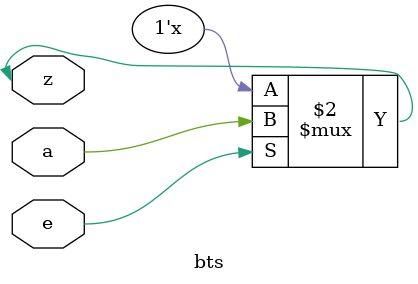
<source format=v>
module bts ( z , a , e);
  inout z ; wire z ;
  input a ; wire a ;
  input e ; wire e ;
  assign #4 z= ( (e==1'b1)? a : 1'bz );
endmodule
</source>
